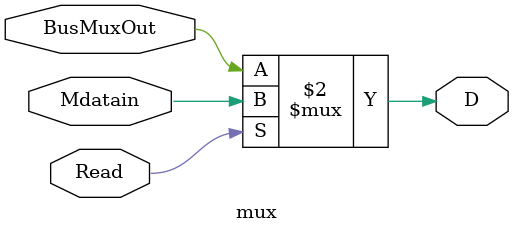
<source format=v>
module mux(BusMuxOut, Mdatain, Read, D);

input BusMuxOut, Mdatain, Read;

output D;

assign D = (Read == 1) ? Mdatain : BusMuxOut;

endmodule

</source>
